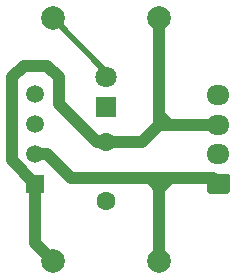
<source format=gbr>
G04 #@! TF.GenerationSoftware,KiCad,Pcbnew,5.1.10-88a1d61d58~90~ubuntu20.04.1*
G04 #@! TF.CreationDate,2022-01-16T21:05:33+00:00*
G04 #@! TF.ProjectId,hum_temp_sensor,68756d5f-7465-46d7-905f-73656e736f72,rev?*
G04 #@! TF.SameCoordinates,Original*
G04 #@! TF.FileFunction,Copper,L1,Top*
G04 #@! TF.FilePolarity,Positive*
%FSLAX46Y46*%
G04 Gerber Fmt 4.6, Leading zero omitted, Abs format (unit mm)*
G04 Created by KiCad (PCBNEW 5.1.10-88a1d61d58~90~ubuntu20.04.1) date 2022-01-16 21:05:33*
%MOMM*%
%LPD*%
G01*
G04 APERTURE LIST*
G04 #@! TA.AperFunction,ComponentPad*
%ADD10C,1.500000*%
G04 #@! TD*
G04 #@! TA.AperFunction,ComponentPad*
%ADD11R,1.500000X1.500000*%
G04 #@! TD*
G04 #@! TA.AperFunction,ComponentPad*
%ADD12C,2.000000*%
G04 #@! TD*
G04 #@! TA.AperFunction,ComponentPad*
%ADD13O,1.950000X1.700000*%
G04 #@! TD*
G04 #@! TA.AperFunction,ComponentPad*
%ADD14C,1.800000*%
G04 #@! TD*
G04 #@! TA.AperFunction,ComponentPad*
%ADD15R,1.800000X1.800000*%
G04 #@! TD*
G04 #@! TA.AperFunction,ComponentPad*
%ADD16C,1.600000*%
G04 #@! TD*
G04 #@! TA.AperFunction,Conductor*
%ADD17C,1.000000*%
G04 #@! TD*
G04 #@! TA.AperFunction,Conductor*
%ADD18C,0.750000*%
G04 #@! TD*
G04 #@! TA.AperFunction,Conductor*
%ADD19C,0.250000*%
G04 #@! TD*
G04 #@! TA.AperFunction,Conductor*
%ADD20C,0.500000*%
G04 #@! TD*
G04 APERTURE END LIST*
D10*
X114000000Y-105380000D03*
X114000000Y-107920000D03*
X114000000Y-110460000D03*
D11*
X114000000Y-113000000D03*
D12*
X115500000Y-99000000D03*
X124500000Y-99000000D03*
X124500000Y-119500000D03*
X115500000Y-119500000D03*
D13*
X129500000Y-105500000D03*
X129500000Y-108000000D03*
X129500000Y-110500000D03*
G04 #@! TA.AperFunction,ComponentPad*
G36*
G01*
X130225000Y-113850000D02*
X128775000Y-113850000D01*
G75*
G02*
X128525000Y-113600000I0J250000D01*
G01*
X128525000Y-112400000D01*
G75*
G02*
X128775000Y-112150000I250000J0D01*
G01*
X130225000Y-112150000D01*
G75*
G02*
X130475000Y-112400000I0J-250000D01*
G01*
X130475000Y-113600000D01*
G75*
G02*
X130225000Y-113850000I-250000J0D01*
G01*
G37*
G04 #@! TD.AperFunction*
D14*
X120000000Y-103960000D03*
D15*
X120000000Y-106500000D03*
D16*
X120000000Y-114500000D03*
X120000000Y-109500000D03*
D17*
X114000000Y-118000000D02*
X115500000Y-119500000D01*
X114000000Y-113000000D02*
X114000000Y-118000000D01*
X119250000Y-109500000D02*
X120000000Y-109500000D01*
X114000000Y-113000000D02*
X112000000Y-111000000D01*
X112000000Y-111000000D02*
X112000000Y-104000000D01*
X112000000Y-104000000D02*
X113000000Y-103000000D01*
X113000000Y-103000000D02*
X115000000Y-103000000D01*
X115000000Y-103000000D02*
X116000000Y-104000000D01*
X116000000Y-106250000D02*
X119250000Y-109500000D01*
X116000000Y-104000000D02*
X116000000Y-106250000D01*
X124500000Y-99000000D02*
X124500000Y-105000000D01*
X124500000Y-105000000D02*
X124500000Y-107000000D01*
X124500000Y-107000000D02*
X124500000Y-108000000D01*
X123000000Y-109500000D02*
X120000000Y-109500000D01*
X124500000Y-108000000D02*
X123000000Y-109500000D01*
D18*
X124500000Y-107000000D02*
X125500000Y-108000000D01*
D17*
X125500000Y-108000000D02*
X129500000Y-108000000D01*
X124500000Y-108000000D02*
X125500000Y-108000000D01*
D19*
X120000000Y-103500000D02*
X120000000Y-103960000D01*
D20*
X115500000Y-99000000D02*
X120000000Y-103500000D01*
D18*
X125500000Y-112500000D02*
X124500000Y-113500000D01*
X123500000Y-112500000D02*
X124500000Y-113500000D01*
D17*
X114980000Y-110460000D02*
X114000000Y-110460000D01*
X117020000Y-112500000D02*
X114980000Y-110460000D01*
X129000000Y-112500000D02*
X117020000Y-112500000D01*
X129500000Y-113000000D02*
X129000000Y-112500000D01*
X124500000Y-112500000D02*
X124500000Y-119500000D01*
M02*

</source>
